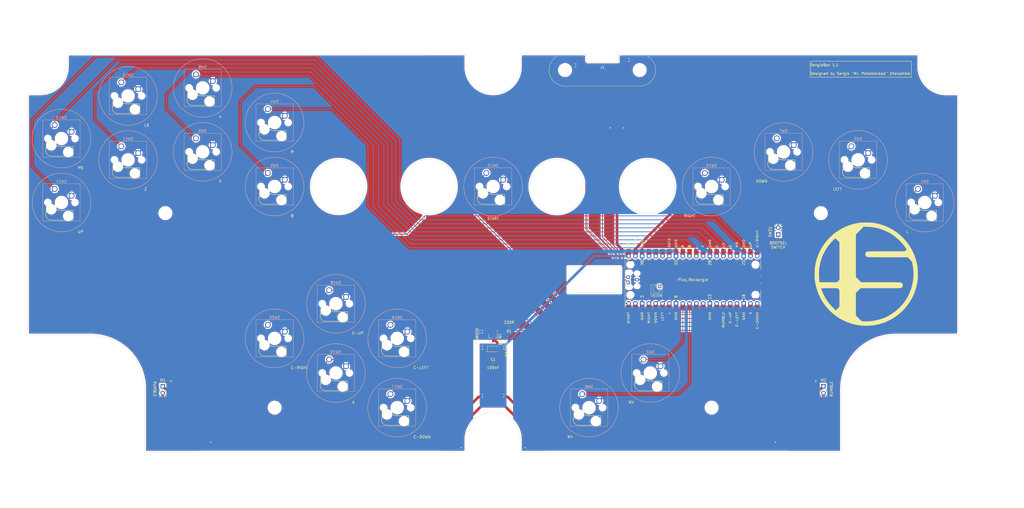
<source format=kicad_pcb>
(kicad_pcb (version 20211014) (generator pcbnew)
  (layers (0 "F.Cu" signal) (31 "B.Cu" signal) (34 "B.Paste" user) (35 "F.Paste" user) (36 "B.SilkS" user "B.Silkscreen") (37 "F.SilkS" user "F.Silkscreen") (38 "B.Mask" user) (39 "F.Mask" user) (44 "Edge.Cuts" user))
  (net 0 "")
  (net 1 "+5V")
  (net 2 "Net-(C1-Pad2)")
  (net 3 "DATA")
  (net 4 "D-")
  (net 5 "D+")
  (net 6 "GND")
  (net 7 "Net-(Q1-Pad1)")
  (net 8 "START")
  (net 10 "RIGHT")
  (net 11 "DOWN")
  (net 12 "LEFT")
  (net 13 "L")
  (net 14 "MX")
  (net 15 "MY")
  (net 19 "RUMBLE")
  (net 20 "C-UP")
  (net 21 "C-LEFT")
  (net 22 "A")
  (net 23 "C-DOWN")
  (net 24 "C-RIGHT")
  (net 25 "UP")
  (net 26 "MS")
  (net 27 "Z")
  (net 28 "LS")
  (net 29 "X")
  (net 30 "Y")
  (net 32 "B")
  (net 33 "R")
  (net 37 "VSYS")
  (net 39 "BOOT")
  (footprint "Connector_PinHeader_2.54mm:PinHeader_1x02_P2.54mm_Vertical" (layer "F.Cu") (at 324 160)
    (fp_text reference "M2")
    (fp_text value "RUMBLE")
  )
  (footprint "Sergio_footprints:RPi_Pico_Removed3Pins" (layer "F.Cu") (at 300.5 130.5 90)
    (fp_text reference "U1" hide)
    (fp_text value "Pico_Rectangle")
  )
  (footprint "MountingHole:MountingHole_4.3mm_M4" (layer "F.Cu") (at 282 168)
    (fp_text reference "H4" hide)
    (fp_text value "MountingHole")
  )
  (footprint "MountingHole:MountingHole_4.3mm_M4" (layer "F.Cu") (at 77 95)
    (fp_text reference "H1" hide)
    (fp_text value "MountingHole")
  )
  (footprint "Diode_SMD:D_SOD-123" (layer "F.Cu") (at 200 146)
    (fp_text reference "D2")
    (fp_text value "B5819W")
  )
  (footprint "MountingHole:MountingHole_4.3mm_M4" (layer "F.Cu") (at 323 95)
    (fp_text reference "H2" hide)
    (fp_text value "MountingHole")
  )
  (footprint "Resistor_SMD:R_0603_1608Metric_Pad0.98x0.95mm_HandSolder" (layer "F.Cu") (at 206 138 180)
    (fp_text reference "R1")
    (fp_text value "220")
  )
  (footprint "Sergio_footprints:SergioPico_USB" (layer "F.Cu") (at 241 35.3)
    (fp_text reference "J1")
    (fp_text value "SergioPico_USB")
  )
  (footprint "LOGO" (layer "F.Cu") (at 340 118)
    (fp_text reference "G***" hide)
    (fp_text value "LOGO" hide)
  )
  (footprint "MountingHole:MountingHole_4.3mm_M4" (layer "F.Cu") (at 118 168)
    (fp_text reference "H3" hide)
    (fp_text value "MountingHole")
  )
  (footprint "Package_TO_SOT_SMD:SOT-23_Handsoldering" (layer "F.Cu") (at 200 141.0625 -90)
    (fp_text reference "Q1")
    (fp_text value "SS8050")
  )
  (footprint "Capacitor_SMD:C_0402_1005Metric_Pad0.74x0.62mm_HandSolder" (layer "F.Cu") (at 200 151)
    (fp_text reference "C1")
    (fp_text value "100n")
  )
  (footprint "Connector_PinHeader_2.54mm:PinHeader_1x02_P2.54mm_Vertical" (layer "F.Cu") (at 76 160)
    (fp_text reference "M1")
    (fp_text value "RUMBLE")
  )
  (footprint "Connector_PinHeader_2.54mm:PinHeader_1x02_P2.54mm_Vertical" (layer "F.Cu") (at 307 103 180)
    (fp_text reference "SW21")
    (fp_text value "BOOTSEL")
  )
  (footprint "Sergio_footprints:SW_MX_1.00u_PCB_Hybrid" (layer "B.Cu") (at 256.46 149.92 180)
    (fp_text reference "SW2")
    (fp_text value "MX")
  )
  (footprint "Sergio_footprints:SW_MX_1.00u_PCB_Hybrid" (layer "B.Cu") (at 115.46 136.92 180)
    (fp_text reference "SW20")
    (fp_text value "C-RIGHT")
  )
  (footprint "Sergio_footprints:SW_MX_1.00u_PCB_Hybrid" (layer "B.Cu") (at 138.46 123.92 180)
    (fp_text reference "SW18")
    (fp_text value "C-UP")
  )
  (footprint "Sergio_footprints:SW_MX_1.00u_PCB_Hybrid" (layer "B.Cu") (at 279.46 79.92 180)
    (fp_text reference "SW10")
    (fp_text value "RIGHT")
  )
  (footprint "Sergio_footprints:SW_MX_1.00u_PCB_Hybrid" (layer "B.Cu") (at 334.46 69.92 180)
    (fp_text reference "SW3")
    (fp_text value "LEFT")
  )
  (footprint "Sergio_footprints:SW_MX_1.00u_PCB_Hybrid" (layer "B.Cu") (at 60.46 45.92 180)
    (fp_text reference "SW15")
    (fp_text value "LS")
  )
  (footprint "Sergio_footprints:SW_MX_1.00u_PCB_Hybrid" (layer "B.Cu") (at 115.46 55.92 180)
    (fp_text reference "SW4")
    (fp_text value "R")
  )
  (footprint "Sergio_footprints:SW_MX_1.00u_PCB_Hybrid" (layer "B.Cu") (at 138.46 149.92 180)
    (fp_text reference "SW19")
    (fp_text value "A")
  )
  (footprint "Sergio_footprints:SW_MX_1.00u_PCB_Hybrid" (layer "B.Cu") (at 115.46 79.92 180)
    (fp_text reference "SW5")
    (fp_text value "B")
  )
  (footprint "Sergio_footprints:SW_MX_1.00u_PCB_Hybrid" (layer "B.Cu") (at 60.46 69.92 180)
    (fp_text reference "SW11")
    (fp_text value "Z")
  )
  (footprint "Sergio_footprints:SW_MX_1.00u_PCB_Hybrid" (layer "B.Cu") (at 359.46 85.92 180)
    (fp_text reference "SW1")
    (fp_text value "L")
  )
  (footprint "Sergio_footprints:SW_MX_1.00u_PCB_Hybrid" (layer "B.Cu") (at 35.46 61.92 180)
    (fp_text reference "SW13")
    (fp_text value "MS")
  )
  (footprint "Sergio_footprints:SW_MX_1.00u_PCB_Hybrid" (layer "B.Cu") (at 197.46 79.92 180)
    (fp_text reference "SW12")
    (fp_text value "START")
  )
  (footprint "Sergio_footprints:SW_MX_1.00u_PCB_Hybrid" (layer "B.Cu") (at 88.46 66.92 180)
    (fp_text reference "SW9")
    (fp_text value "X")
  )
  (footprint "Sergio_footprints:SW_MX_1.00u_PCB_Hybrid" (layer "B.Cu") (at 233.46 162.92 180)
    (fp_text reference "SW6")
    (fp_text value "MY")
  )
  (footprint "Sergio_footprints:SW_MX_1.00u_PCB_Hybrid" (layer "B.Cu") (at 161.46 162.92 180)
    (fp_text reference "SW17")
    (fp_text value "C-DOWN")
  )
  (footprint "Sergio_footprints:SW_MX_1.00u_PCB_Hybrid" (layer "B.Cu") (at 88.46 42.92 180)
    (fp_text reference "SW8")
    (fp_text value "Y")
  )
  (footprint "Sergio_footprints:SW_MX_1.00u_PCB_Hybrid" (layer "B.Cu") (at 161.46 136.92 180)
    (fp_text reference "SW16")
    (fp_text value "C-LEFT")
  )
  (footprint "Sergio_footprints:SW_MX_1.00u_PCB_Hybrid" (layer "B.Cu") (at 306.46 66.92 180)
    (fp_text reference "SW7")
    (fp_text value "DOWN")
  )
  (footprint "Sergio_footprints:SW_MX_1.00u_PCB_Hybrid" (layer "B.Cu") (at 35.46 85.92 180)
    (fp_text reference "SW14")
    (fp_text value "UP")
  )
  (gr_circle (center 164 142) (end 175 142) (layer "B.SilkS") (width 0.15) (fill none))
  (gr_circle (center 91 48) (end 102 48) (layer "B.SilkS") (width 0.15) (fill none))
  (gr_circle (center 63 51) (end 74 51) (layer "B.SilkS") (width 0.15) (fill none))
  (gr_circle (center 91 72) (end 102 72) (layer "B.SilkS") (width 0.15) (fill none))
  (gr_circle (center 118 85) (end 129 85) (layer "B.SilkS") (width 0.15) (fill none))
  (gr_circle (center 63 75) (end 74 75) (layer "B.SilkS") (width 0.15) (fill none))
  (gr_circle (center 309 72) (end 320 72) (layer "B.SilkS") (width 0.15) (fill none))
  (gr_circle (center 259 155) (end 270 155) (layer "B.SilkS") (width 0.15) (fill none))
  (gr_circle (center 362 91) (end 373 91) (layer "B.SilkS") (width 0.15) (fill none))
  (gr_circle (center 38 67) (end 49 67) (layer "B.SilkS") (width 0.15) (fill none))
  (gr_circle (center 141 155) (end 152 155) (layer "B.SilkS") (width 0.15) (fill none))
  (gr_circle (center 141 129) (end 152 129) (layer "B.SilkS") (width 0.15) (fill none))
  (gr_circle (center 337 75) (end 348 75) (layer "B.SilkS") (width 0.15) (fill none))
  (gr_circle (center 118 61) (end 129 61) (layer "B.SilkS") (width 0.15) (fill none))
  (gr_circle (center 236 168) (end 247 168) (layer "B.SilkS") (width 0.15) (fill none))
  (gr_circle (center 164 168) (end 175 168) (layer "B.SilkS") (width 0.15) (fill none))
  (gr_circle (center 200 85) (end 211 85) (layer "B.SilkS") (width 0.15) (fill none))
  (gr_circle (center 38 91) (end 49 91) (layer "B.SilkS") (width 0.15) (fill none))
  (gr_circle (center 118 142) (end 129 142) (layer "B.SilkS") (width 0.15) (fill none))
  (gr_circle (center 282 85) (end 293 85) (layer "B.SilkS") (width 0.15) (fill none))
  (gr_rect (start 319 38) (end 357 44) (layer "F.SilkS") (width 0.15) (fill none))
  (gr_line (start 189.7 40) (end 189.7 35.3) (layer "Edge.Cuts") (width 0.1))
  (gr_line (start 30.000003 50.3) (end 25.35 50.3) (layer "Edge.Cuts") (width 0.1))
  (gr_arc (start 369.999999 50.3) (mid 362.716799 47.2832) (end 359.699999 40) (layer "Edge.Cuts") (width 0.1))
  (gr_line (start 359.699999 40) (end 359.7 35.3) (layer "Edge.Cuts") (width 0.1))
  (gr_line (start 210.3 35.3) (end 210.3 40) (layer "Edge.Cuts") (width 0.1))
  (gr_arc (start 210.3 40) (mid 200 50.3) (end 189.7 40) (layer "Edge.Cuts") (width 0.1))
  (gr_line (start 247 35.3) (end 247 38.3) (layer "Edge.Cuts") (width 0.1))
  (gr_line (start 189.7 184.65) (end 189.7 180) (layer "Edge.Cuts") (width 0.1))
  (gr_line (start 210.3 184.65) (end 330.7 184.65) (layer "Edge.Cuts") (width 0.1))
  (gr_line (start 40.300003 40) (end 40.3 35.35) (layer "Edge.Cuts") (width 0.1))
  (gr_line (start 25.35 50.3) (end 25.35 140.7) (layer "Edge.Cuts") (width 0.1))
  (gr_circle (center 224 85) (end 213.7 85) (layer "Edge.Cuts") (width 0.1) (fill none))
  (gr_line (start 330.7 161) (end 330.7 184.65) (layer "Edge.Cuts") (width 0.1))
  (gr_line (start 359.7 35.3) (end 247 35.3) (layer "Edge.Cuts") (width 0.1))
  (gr_circle (center 176 85) (end 165.7 85) (layer "Edge.Cuts") (width 0.1) (fill none))
  (gr_arc (start 189.7 180) (mid 200 169.7) (end 210.3 180) (layer "Edge.Cuts") (width 0.1))
  (gr_line (start 210.3 184.65) (end 210.3 180) (layer "Edge.Cuts") (width 0.1))
  (gr_line (start 374.65 140.700003) (end 351 140.7) (layer "Edge.Cuts") (width 0.1))
  (gr_rect (start 228 115) (end 248 125) (layer "Edge.Cuts") (width 0.1) (fill none))
  (gr_circle (center 258 85) (end 247.7 85) (layer "Edge.Cuts") (width 0.1) (fill none))
  (gr_circle (center 142 85) (end 131.7 85) (layer "Edge.Cuts") (width 0.1) (fill none))
  (gr_line (start 69.3 184.65) (end 189.7 184.65) (layer "Edge.Cuts") (width 0.1))
  (gr_line (start 247 38.3) (end 235 38.3) (layer "Edge.Cuts") (width 0.1))
  (gr_arc (start 40.300003 40) (mid 37.283203 47.2832) (end 30.000003 50.3) (layer "Edge.Cuts") (width 0.1))
  (gr_line (start 69.299997 184.65) (end 69.3 161) (layer "Edge.Cuts") (width 0.1))
  (gr_line (start 374.65 50.3) (end 369.999999 50.3) (layer "Edge.Cuts") (width 0.1))
  (gr_line (start 49 140.7) (end 25.35 140.7) (layer "Edge.Cuts") (width 0.1))
  (gr_line (start 189.7 35.3) (end 40.3 35.35) (layer "Edge.Cuts") (width 0.1))
  (gr_arc (start 330.7 161) (mid 336.645732 146.645732) (end 351 140.7) (layer "Edge.Cuts") (width 0.1))
  (gr_line (start 374.65 140.700003) (end 374.65 50.3) (layer "Edge.Cuts") (width 0.1))
  (gr_arc (start 49 140.7) (mid 63.354268 146.645732) (end 69.3 161) (layer "Edge.Cuts") (width 0.1))
  (gr_line (start 235 38.3) (end 235 35.3) (layer "Edge.Cuts") (width 0.1))
  (gr_line (start 235 35.3) (end 210.3 35.3) (layer "Edge.Cuts") (width 0.1))
  (gr_text "Z" (at 69 86) (layer "F.SilkS") (effects (font (size 1 1)) (justify left)))
  (gr_text "C-DOWN" (at 170 179) (layer "F.SilkS") (effects (font (size 1 1)) (justify left)))
  (gr_text "+\n" (at 321 158 90) (layer "F.SilkS") (effects (font (size 1 1))))
  (gr_text "C-UP" (at 147 140) (layer "F.SilkS") (effects (font (size 1 1)) (justify left)))
  (gr_text "X" (at 97 83) (layer "F.SilkS") (effects (font (size 1 1)) (justify left)))
  (gr_text "SergioBox 1.1\n\nDesigned by Sergio {dblquote}Mr. Potatobread{dblquote} Dhelomme" (at 319 41) (layer "F.SilkS") (effects (font (size 1 1)) (justify left)))
  (gr_text "MX\n" (at 253 166) (layer "F.SilkS") (effects (font (size 1 1)) (justify right)))
  (gr_text "MS" (at 44 78) (layer "F.SilkS") (effects (font (size 1 1)) (justify left)))
  (gr_text "B" (at 124 96) (layer "F.SilkS") (effects (font (size 1 1)) (justify left)))
  (gr_text "100nF" (at 200 153) (layer "F.SilkS") (effects (font (size 1 1))))
  (gr_text "LEFT" (at 331 86) (layer "F.SilkS") (effects (font (size 1 1)) (justify right)))
  (gr_text "START\n\n\n\nGND\n\nRIGHT\n\nDOWN\n\nLEFT\n\nL\n\nGND\n\nMX\n\nMY\n\n\n\n\n\nGND\n\n\n\nRUMBLE\n\nC-UP\n\nC-LEFT\n\nGND\n\nA\n\nC-DOWN\n" (at 275 132 90) (layer "F.SilkS") (effects (font (size 0.79 1)) (justify right)))
  (gr_text "SS8050" (at 194 141 90) (layer "F.SilkS") (effects (font (size 1 1))))
  (gr_text "220R" (at 206 136) (layer "F.SilkS") (effects (font (size 1 1))))
  (gr_text "MY" (at 230 179) (layer "F.SilkS") (effects (font (size 1 1)) (justify right)))
  (gr_text "C-RIGHT" (at 124 153) (layer "F.SilkS") (effects (font (size 1 1)) (justify left)))
  (gr_text "UP" (at 44 102) (layer "F.SilkS") (effects (font (size 1 1)) (justify left)))
  (gr_text "LS" (at 69 62) (layer "F.SilkS") (effects (font (size 1 1)) (justify left)))
  (gr_text "L" (at 356 102) (layer "F.SilkS") (effects (font (size 1 1)) (justify right)))
  (gr_text "B5819W" (at 205 146 270) (layer "F.SilkS") (effects (font (size 1 1))))
  (gr_text "RUMBLE" (at 327 161 90) (layer "F.SilkS") (effects (font (size 1 1))))
  (gr_text "+\n" (at 79 158 90) (layer "F.SilkS") (effects (font (size 1 1))))
  (gr_text "A" (at 147 166) (layer "F.SilkS") (effects (font (size 1 1)) (justify left)))
  (gr_text "C-LEFT" (at 170 153) (layer "F.SilkS") (effects (font (size 1 1)) (justify left)))
  (gr_text "BOOTSEL\nSWITCH" (at 307 107) (layer "F.SilkS") (effects (font (size 1 1))))
  (gr_text "RIGHT" (at 276 96) (layer "F.SilkS") (effects (font (size 1 1)) (justify right)))
  (gr_text "Y" (at 97 59) (layer "F.SilkS") (effects (font (size 1 1)) (justify left)))
  (gr_text "VBUS\n\nVSYS\n\nGND\n\n\n\n\n\n\n\nDATA\n\nGND\n\nR\n\nB\n\n\n\nY\n\nGND\n\nX\n\nLS\n\nZ\n\nMS\n\nGND\n\nUP\n\nC-RIGHT\n" (at 275 108 90) (layer "F.SilkS") (effects (font (size 0.79 1)) (justify left)))
  (gr_text "R" (at 124 72) (layer "F.SilkS") (effects (font (size 1 1)) (justify left)))
  (gr_text "START" (at 200 97) (layer "F.SilkS") (effects (font (size 1 1))))
  (gr_text "RUMBLE" (at 73 161 270) (layer "F.SilkS") (effects (font (size 1 1))))
  (gr_text "DOWN" (at 303 83) (layer "F.SilkS") (effects (font (size 1 1)) (justify right)))
  (segment (start 305.5 178.5) (end 220 178.5) (width 1) (layer "F.Cu") (net 1))
  (segment (start 250.87 111.11) (end 246.5 106.74) (width 1) (layer "F.Cu") (net 1))
  (segment (start 194.5 164) (end 196 164) (width 1) (layer "F.Cu") (net 1))
  (segment (start 248.21 44.79) (end 248.62 44.79) (width 1) (layer "F.Cu") (net 1))
  (segment (start 220 178.5) (end 205.5 164) (width 1) (layer "F.Cu") (net 1))
  (segment (start 180 178.5) (end 194.5 164) (width 1) (layer "F.Cu") (net 1))
  (segment (start 324 160) (end 305.5 178.5) (width 1) (layer "F.Cu") (net 1))
  (segment (start 94.5 178.5) (end 180 178.5) (width 1) (layer "F.Cu") (net 1))
  (segment (start 205.5 164) (end 204 164) (width 1) (layer "F.Cu") (net 1))
  (segment (start 76 160) (end 94.5 178.5) (width 1) (layer "F.Cu") (net 1))
  (segment (start 246.5 106.74) (end 246.5 46.5) (width 1) (layer "F.Cu") (net 1))
  (segment (start 246.5 46.5) (end 248.21 44.79) (width 1) (layer "F.Cu") (net 1))
  (via (at 204 146) (size 0.8) (drill 0.4) (layers "F.Cu" "B.Cu") (net 1))
  (via (at 196 164) (size 0.8) (drill 0.4) (layers "F.Cu" "B.Cu") (net 1))
  (via (at 204 163) (size 0.8) (drill 0.4) (layers "F.Cu" "B.Cu") (net 1))
  (via (at 196 146) (size 0.8) (drill 0.4) (layers "F.Cu" "B.Cu") (net 1))
  (via (at 196 145) (size 0.8) (drill 0.4) (layers "F.Cu" "B.Cu") (net 1))
  (via (at 204 164) (size 0.8) (drill 0.4) (layers "F.Cu" "B.Cu") (net 1))
  (via (at 196 163) (size 0.8) (drill 0.4) (layers "F.Cu" "B.Cu") (net 1))
  (via (at 204 145) (size 0.8) (drill 0.4) (layers "F.Cu" "B.Cu") (net 1))
  (segment (start 237.89 111.11) (end 250.87 111.11) (width 1) (layer "B.Cu") (net 1))
  (segment (start 204 145) (end 237.89 111.11) (width 1) (layer "B.Cu") (net 1))
  (segment (start 201.65 146) (end 201.65 143.65) (width 1) (layer "F.Cu") (net 2))
  (segment (start 324 162.54) (end 324 169) (width 1) (layer "F.Cu") (net 2))
  (segment (start 324 169) (end 310 183) (width 1) (layer "F.Cu") (net 2))
  (segment (start 76 169) (end 76 162.54) (width 1) (layer "F.Cu") (net 2))
  (segment (start 200 152.5) (end 200 163) (width 1) (layer "F.Cu") (net 2))
  (segment (start 90 183) (end 76 169) (width 1) (layer "F.Cu") (net 2))
  (segment (start 201.65 146) (end 201.65 149.9175) (width 1) (layer "F.Cu") (net 2))
  (segment (start 200 163) (end 180 183) (width 1) (layer "F.Cu") (net 2))
  (segment (start 220 183) (end 200 163) (width 1) (layer "F.Cu") (net 2))
  (segment (start 200 152.5) (end 200.5675 151.9325) (width 1) (layer "F.Cu") (net 2))
  (segment (start 310 183) (end 220 183) (width 1) (layer "F.Cu") (net 2))
  (segment (start 180 183) (end 90 183) (width 1) (layer "F.Cu") (net 2))
  (segment (start 200.5675 151.9325) (end 200.5675 151) (width 1) (layer "F.Cu") (net 2))
  (segment (start 201.65 149.9175) (end 200.5675 151) (width 1) (layer "F.Cu") (net 2))
  (segment (start 201.65 143.65) (end 200 142) (width 1) (layer "F.Cu") (net 2))
  (segment (start 264.369521 112.850479) (end 249.850479 112.850479) (width 0.3) (layer "F.Cu") (net 3))
  (segment (start 241 44.79) (end 233.38 37.17) (width 0.3) (layer "F.Cu") (net 3))
  (segment (start 266.11 111.11) (end 264.369521 112.850479) (width 0.3) (layer "F.Cu") (net 3))
  (segment (start 241 104) (end 241 44.79) (width 0.3) (layer "F.Cu") (net 3))
  (segment (start 249.850479 112.850479) (end 241 104) (width 0.3) (layer "F.Cu") (net 3))
  (segment (start 249.189396 118.766574) (end 249.189396 114.827984) (width 0.261112) (layer "F.Cu") (net 4))
  (segment (start 235.255556 100.894144) (end 235.255556 44.125556) (width 0.261112) (layer "F.Cu") (net 4))
  (segment (start 249.189396 114.827984) (end 235.255556 100.894144) (width 0.261112) (layer "F.Cu") (net 4))
  (segment (start 250.7 119) (end 249.422822 119) (width 0.261112) (layer "F.Cu") (net 4))
  (segment (start 249.422822 119) (end 249.189396 118.766574) (width 0.261112) (layer "F.Cu") (net 4))
  (segment (start 235.255556 44.125556) (end 233.38 42.25) (width 0.261112) (layer "F.Cu") (net 4))
  (segment (start 234.744444 45.744444) (end 234.744444 50.255556) (width 0.261112) (layer "F.Cu") (net 5))
  (segment (start 234.744444 52.655556) (end 234.744444 52.705556) (width 0.261112) (layer "F.Cu") (net 5))
  (segment (start 234.744444 101.105856) (end 248.678284 115.039696) (width 0.261112) (layer "F.Cu") (net 5))
  (segment (start 248.678284 115.039696) (end 248.678284 118.978284) (width 0.261112) (layer "F.Cu") (net 5))
  (segment (start 234.348178 52.355556) (end 234.444444 52.355556) (width 0.261112) (layer "F.Cu") (net 5))
  (segment (start 234.744444 52.705556) (end 234.744444 101.105856) (width 0.261112) (layer "F.Cu") (net 5))
  (segment (start 234.444444 51.755556) (end 234.348178 51.755556) (width 0.261112) (layer "F.Cu") (net 5))
  (segment (start 234.444444 50.555556) (end 234.348178 50.555556) (width 0.261112) (layer "F.Cu") (net 5))
  (segment (start 234 45) (end 234.744444 45.744444) (width 0.261112) (layer "F.Cu") (net 5))
  (segment (start 248.678284 118.978284) (end 250.7 121) (width 0.261112) (layer "F.Cu") (net 5))
  (segment (start 234.348178 51.155556) (end 234.444444 51.155556) (width 0.261112) (layer "F.Cu") (net 5))
  (arc (start 234.744444 51.455556) (mid 234.656576 51.667688) (end 234.444444 51.755556) (width 0.261112) (layer "F.Cu") (net 5))
  (arc (start 234.444444 51.155556) (mid 234.656576 51.243424) (end 234.744444 51.455556) (width 0.261112) (layer "F.Cu") (net 5))
  (arc (start 234.048178 50.855556) (mid 234.136046 51.067688) (end 234.348178 51.155556) (width 0.261112) (layer "F.Cu") (net 5))
  (arc (start 234.348178 51.755556) (mid 234.136046 51.843424) (end 234.048178 52.055556) (width 0.261112) (layer "F.Cu") (net 5))
  (arc (start 234.348178 50.555556) (mid 234.136046 50.643424) (end 234.048178 50.855556) (width 0.261112) (layer "F.Cu") (net 5))
  (arc (start 234.048178 52.055556) (mid 234.136046 52.267688) (end 234.348178 52.355556) (width 0.261112) (layer "F.Cu") (net 5))
  (arc (start 234.444444 52.355556) (mid 234.656576 52.443424) (end 234.744444 52.655556) (width 0.261112) (layer "F.Cu") (net 5))
  (arc (start 234.744444 50.255556) (mid 234.656576 50.467688) (end 234.444444 50.555556) (width 0.261112) (layer "F.Cu") (net 5))
  (segment (start 197.125 140.125) (end 196.125 140.125) (width 1) (layer "F.Cu") (net 6))
  (segment (start 199.05 140.05) (end 198 139) (width 1) (layer "F.Cu") (net 6))
  (segment (start 199.05 140.125) (end 197.125 140.125) (width 1) (layer "F.Cu") (net 6))
  (segment (start 196 140) (end 198.925 140) (width 1) (layer "F.Cu") (net 6))
  (segment (start 198 139) (end 196 139) (width 1) (layer "F.Cu") (net 6))
  (segment (start 196.125 140.125) (end 196 140) (width 1) (layer "F.Cu") (net 6))
  (segment (start 195 140) (end 195 139) (width 1) (layer "F.Cu") (net 6))
  (segment (start 196 139) (end 197.125 140.125) (width 1) (layer "F.Cu") (net 6))
  (segment (start 196 140) (end 195 140) (width 1) (layer "F.Cu") (net 6))
  (segment (start 199.05 140.125) (end 199.05 140.05) (width 1) (layer "F.Cu") (net 6))
  (segment (start 196 139) (end 196 140) (width 1) (layer "F.Cu") (net 6))
  (segment (start 195 139) (end 196 139) (width 1) (layer "F.Cu") (net 6))
  (segment (start 198.925 140) (end 199.05 140.125) (width 1) (layer "F.Cu") (net 6))
  (via (at 196 139) (size 0.8) (drill 0.4) (layers "F.Cu" "B.Cu") (net 6))
  (via (at 195 140) (size 0.8) (drill 0.4) (layers "F.Cu" "B.Cu") (net 6))
  (via (at 94 181) (size 0.8) (drill 0.4) (layers "F.Cu" "B.Cu") (net 6))
  (via (at 231 40) (size 0.8) (drill 0.4) (layers "F.Cu" "B.Cu") (net 6))
  (via (at 249 63) (size 0.8) (drill 0.4) (layers "F.Cu" "B.Cu") (net 6))
  (via (at 306 181) (size 0.8) (drill 0.4) (layers "F.Cu" "B.Cu") (net 6))
  (via (at 251 37) (size 0.8) (drill 0.4) (layers "F.Cu" "B.Cu") (net 6))
  (via (at 244 63) (size 0.8) (drill 0.4) (layers "F.Cu" "B.Cu") (net 6))
  (via (at 196 140) (size 0.8) (drill 0.4) (layers "F.Cu" "B.Cu") (net 6))
  (via (at 195 139) (size 0.8) (drill 0.4) (layers "F.Cu" "B.Cu") (net 6))
  (via (at 251 38) (size 0.8) (drill 0.4) (layers "F.Cu" "B.Cu") (net 6))
  (via (at 187.985432 182.983008) (size 0.8) (drill 0.4) (layers "F.Cu" "B.Cu") (net 6))
  (via (at 212 183) (size 0.8) (drill 0.4) (layers "F.Cu" "B.Cu") (net 6))
  (via (at 231 39) (size 0.8) (drill 0.4) (layers "F.Cu" "B.Cu") (net 6))
  (segment (start 203.075 138) (end 205.175 138) (width 0.3) (layer "F.Cu") (net 7))
  (segment (start 200.95 140.125) (end 203.075 138) (width 0.3) (layer "F.Cu") (net 7))
  (segment (start 192.915 94.915) (end 192.915 87.54) (width 0.3) (layer "F.Cu") (net 8))
  (segment (start 250.87 128.89) (end 226.89 128.89) (width 0.3) (layer "F.Cu") (net 8))
  (segment (start 192.915 84.465) (end 197.46 79.92) (width 0.3) (layer "F.Cu") (net 8))
  (segment (start 192.915 87.54) (end 192.915 84.465) (width 0.3) (layer "F.Cu") (net 8))
  (segment (start 226.89 128.89) (end 192.915 94.915) (width 0.3) (layer "F.Cu") (net 8))
  (segment (start 311.5 112.5) (end 311.5 86) (width 0.3) (layer "F.Cu") (net 10))
  (segment (start 306 118) (end 311.5 112.5) (width 0.3) (layer "F.Cu") (net 10))
  (segment (start 305.42 79.92) (end 279.46 79.92) (width 0.3) (layer "F.Cu") (net 10))
  (segment (start 311.5 86) (end 305.42 79.92) (width 0.3) (layer "F.Cu") (net 10))
  (segment (start 279.46 79.92) (end 274.915 84.465) (width 0.3) (layer "F.Cu") (net 10))
  (segment (start 274.915 84.465) (end 274.915 87.54) (width 0.3) (layer "F.Cu") (net 10))
  (segment (start 258.49 128.89) (end 269.38 118) (width 0.3) (layer "F.Cu") (net 10))
  (segment (start 269.38 118) (end 306 118) (width 0.3) (layer "F.Cu") (net 10))
  (segment (start 269.92 120) (end 309.5 120) (width 0.3) (layer "F.Cu") (net 11))
  (segment (start 301.915 71.465) (end 301.915 74.54) (width 0.3) (layer "F.Cu") (net 11))
  (segment (start 309.5 120) (end 316.5 113) (width 0.3) (layer "F.Cu") (net 11))
  (segment (start 261.03 128.89) (end 269.92 120) (width 0.3) (layer "F.Cu") (net 11))
  (segment (start 316.5 113) (end 316.5 89.125) (width 0.3) (layer "F.Cu") (net 11))
  (segment (start 316.5 89.125) (end 301.915 74.54) (width 0.3) (layer "F.Cu") (net 11))
  (segment (start 306.46 66.92) (end 301.915 71.465) (width 0.3) (layer "F.Cu") (net 11))
  (segment (start 329.915 106.585) (end 329.915 77.54) (width 0.3) (layer "F.Cu") (net 12))
  (segment (start 263.57 128.89) (end 270.46 122) (width 0.3) (layer "F.Cu") (net 12))
  (segment (start 314.5 122) (end 329.915 106.585) (width 0.3) (layer "F.Cu") (net 12))
  (segment (start 270.46 122) (end 314.5 122) (width 0.3) (layer "F.Cu") (net 12))
  (segment (start 334.46 69.92) (end 329.915 74.465) (width 0.3) (layer "F.Cu") (net 12))
  (segment (start 329.915 74.465) (end 329.915 77.54) (width 0.3) (layer "F.Cu") (net 12))
  (segment (start 266.11 128.89) (end 271 124) (width 0.3) (layer "F.Cu") (net 13))
  (segment (start 354.915 90.465) (end 354.915 93.54) (width 0.3) (layer "F.Cu") (net 13))
  (segment (start 271 124) (end 324.5 124) (width 0.3) (layer "F.Cu") (net 13))
  (segment (start 359.46 85.92) (end 354.915 90.465) (width 0.3) (layer "F.Cu") (net 13))
  (segment (start 354.915 93.585) (end 354.915 93.54) (width 0.3) (layer "F.Cu") (net 13))
  (segment (start 324.5 124) (end 354.915 93.585) (width 0.3) (layer "F.Cu") (net 13))
  (segment (start 251.915 154.465) (end 256.46 149.92) (width 0.3) (layer "F.Cu") (net 14))
  (segment (start 251.915 157.54) (end 251.915 154.465) (width 0.3) (layer "F.Cu") (net 14))
  (segment (start 256.46 149.92) (end 264.624814 149.92) (width 0.3) (layer "B.Cu") (net 14))
  (segment (start 264.624814 149.92) (end 271.19 143.354814) (width 0.3) (layer "B.Cu") (net 14))
  (segment (start 271.19 143.354814) (end 271.19 128.89) (width 0.3) (layer "B.Cu") (net 14))
  (segment (start 228.915 167.465) (end 233.46 162.92) (width 0.3) (layer "F.Cu") (net 15))
  (segment (start 228.915 170.54) (end 228.915 167.465) (width 0.3) (layer "F.Cu") (net 15))
  (segment (start 233.46 162.92) (end 269.58 162.92) (width 0.3) (layer "B.Cu") (net 15))
  (segment (start 273.73 158.77) (end 273.73 128.89) (width 0.3) (layer "B.Cu") (net 15))
  (segment (start 269.58 162.92) (end 273.73 158.77) (width 0.3) (layer "B.Cu") (net 15))
  (segment (start 296 139) (end 302 133) (width 0.3) (layer "F.Cu") (net 19))
  (segment (start 288.170479 127.149521) (end 286.43 128.89) (width 0.3) (layer "F.Cu") (net 19))
  (segment (start 206.825 138) (end 207.825 139) (width 0.3) (layer "F.Cu") (net 19))
  (segment (start 300.149521 127.149521) (end 288.170479 127.149521) (width 0.3) (layer "F.Cu") (net 19))
  (segment (start 302 133) (end 302 129) (width 0.3) (layer "F.Cu") (net 19))
  (segment (start 207.825 139) (end 296 139) (width 0.3) (layer "F.Cu") (net 19))
  (segment (start 302 129) (end 300.149521 127.149521) (width 0.3) (layer "F.Cu") (net 19))
  (segment (start 133.915 128.465) (end 138.46 123.92) (width 0.3) (layer "F.Cu") (net 20))
  (segment (start 288.97 128.89) (end 288.97 131.03) (width 0.3) (layer "F.Cu") (net 20))
  (segment (start 287 133) (end 226 133) (width 0.3) (layer "F.Cu") (net 20))
  (segment (start 288.97 131.03) (end 287 133) (width 0.3) (layer "F.Cu") (net 20))
  (segment (start 133.915 131.54) (end 133.915 128.465) (width 0.3) (layer "F.Cu") (net 20))
  (segment (start 226 133) (end 216.92 123.92) (width 0.3) (layer "F.Cu") (net 20))
  (segment (start 216.92 123.92) (end 138.46 123.92) (width 0.3) (layer "F.Cu") (net 20))
  (segment (start 156.915 141.465) (end 161.46 136.92) (width 0.3) (layer "F.Cu") (net 21))
  (segment (start 222.5 134.5) (end 216 128) (width 0.3) (layer "F.Cu") (net 21))
  (segment (start 287.354296 134.5) (end 222.5 134.5) (width 0.3) (layer "F.Cu") (net 21))
  (segment (start 170.38 128) (end 161.46 136.92) (width 0.3) (layer "F.Cu") (net 21))
  (segment (start 216 128) (end 170.38 128) (width 0.3) (layer "F.Cu") (net 21))
  (segment (start 291.51 130.344296) (end 287.354296 134.5) (width 0.3) (layer "F.Cu") (net 21))
  (segment (start 156.915 144.54) (end 156.915 141.465) (width 0.3) (layer "F.Cu") (net 21))
  (segment (start 291.51 128.89) (end 291.51 130.344296) (width 0.3) (layer "F.Cu") (net 21))
  (segment (start 219 136) (end 214.5 131.5) (width 0.3) (layer "F.Cu") (net 22))
  (segment (start 133.915 157.54) (end 133.915 154.465) (width 0.3) (layer "F.Cu") (net 22))
  (segment (start 133.915 154.465) (end 138.46 149.92) (width 0.3) (layer "F.Cu") (net 22))
  (segment (start 190.8 131.5) (end 172.38 149.92) (width 0.3) (layer "F.Cu") (net 22))
  (segment (start 291.139022 136) (end 219 136) (width 0.3) (layer "F.Cu") (net 22))
  (segment (start 172.38 149.92) (end 138.46 149.92) (width 0.3) (layer "F.Cu") (net 22))
  (segment (start 214.5 131.5) (end 190.8 131.5) (width 0.3) (layer "F.Cu") (net 22))
  (segment (start 296.59 130.549022) (end 291.139022 136) (width 0.3) (layer "F.Cu") (net 22))
  (segment (start 296.59 128.89) (end 296.59 130.549022) (width 0.3) (layer "F.Cu") (net 22))
  (segment (start 189.38 135) (end 161.46 162.92) (width 0.3) (layer "F.Cu") (net 23))
  (segment (start 299.13 130.344296) (end 291.974296 137.5) (width 0.3) (layer "F.Cu") (net 23))
  (segment (start 291.974296 137.5) (end 215.5 137.5) (width 0.3) (layer "F.Cu") (net 23))
  (segment (start 299.13 128.89) (end 299.13 130.344296) (width 0.3) (layer "F.Cu") (net 23))
  (segment (start 215.5 137.5) (end 213 135) (width 0.3) (layer "F.Cu") (net 23))
  (segment (start 213 135) (end 189.38 135) (width 0.3) (layer "F.Cu") (net 23))
  (segment (start 156.915 167.465) (end 161.46 162.92) (width 0.3) (layer "F.Cu") (net 23))
  (segment (start 156.915 170.54) (end 156.915 167.465) (width 0.3) (layer "F.Cu") (net 23))
  (segment (start 174 96.5) (end 167.6 102.9) (width 0.3) (layer "F.Cu") (net 24))
  (segment (start 110.915 144.54) (end 110.915 141.465) (width 0.3) (layer "F.Cu") (net 24))
  (segment (start 110.915 141.465) (end 115.46 136.92) (width 0.3) (layer "F.Cu") (net 24))
  (segment (start 167.6 102.9) (end 149.48 102.9) (width 0.3) (layer "F.Cu") (net 24))
  (segment (start 149.48 102.9) (end 115.46 136.92) (width 0.3) (layer "F.Cu") (net 24))
  (via (at 174 96.5) (size 0.8) (drill 0.4) (layers "F.Cu" "B.Cu") (net 24))
  (segment (start 174.5 96) (end 284.02 96) (width 0.3) (layer "B.Cu") (net 24))
  (segment (start 284.02 96) (end 299.13 111.11) (width 0.3) (layer "B.Cu") (net 24))
  (segment (start 174 96.5) (end 174.5 96) (width 0.3) (layer "B.Cu") (net 24))
  (segment (start 30.915 90.465) (end 35.46 85.92) (width 0.3) (layer "F.Cu") (net 25))
  (segment (start 30.915 93.54) (end 30.915 90.465) (width 0.3) (layer "F.Cu") (net 25))
  (segment (start 172.5 97.5) (end 282.98 97.5) (width 0.3) (layer "B.Cu") (net 25))
  (segment (start 282.98 97.5) (end 296.59 111.11) (width 0.3) (layer "B.Cu") (net 25))
  (segment (start 165 67.5) (end 165 90) (width 0.3) (layer "B.Cu") (net 25))
  (segment (start 27 60) (end 51 36) (width 0.3) (layer "B.Cu") (net 25))
  (segment (start 165 90) (end 172.5 97.5) (width 0.3) (layer "B.Cu") (net 25))
  (segment (start 35.46 85.92) (end 27 77.46) (width 0.3) (layer "B.Cu") (net 25))
  (segment (start 27 77.46) (end 27 60) (width 0.3) (layer "B.Cu") (net 25))
  (segment (start 51 36) (end 133.5 36) (width 0.3) (layer "B.Cu") (net 25))
  (segment (start 133.5 36) (end 165 67.5) (width 0.3) (layer "B.Cu") (net 25))
  (segment (start 30.915 69.54) (end 30.915 66.465) (width 0.3) (layer "F.Cu") (net 26))
  (segment (start 30.915 66.465) (end 35.46 61.92) (width 0.3) (layer "F.Cu") (net 26))
  (segment (start 133 37.5) (end 58.5 37.5) (width 0.3) (layer "B.Cu") (net 26))
  (segment (start 35.46 60.54) (end 35.46 61.92) (width 0.3) (layer "B.Cu") (net 26))
  (segment (start 163.5 90.5) (end 163.5 68) (width 0.3) (layer "B.Cu") (net 26))
  (segment (start 291.51 111.11) (end 279.4 99) (width 0.3) (layer "B.Cu") (net 26))
  (segment (start 172 99) (end 163.5 90.5) (width 0.3) (layer "B.Cu") (net 26))
  (segment (start 163.5 68) (end 133 37.5) (width 0.3) (layer "B.Cu") (net 26))
  (segment (start 58.5 37.5) (end 35.46 60.54) (width 0.3) (layer "B.Cu") (net 26))
  (segment (start 279.4 99) (end 172 99) (width 0.3) (layer "B.Cu") (net 26))
  (segment (start 55.915 74.465) (end 60.46 69.92) (width 0.3) (layer "F.Cu") (net 27))
  (segment (start 55.915 77.54) (end 55.915 74.465) (width 0.3) (layer "F.Cu") (net 27))
  (segment (start 162 91) (end 162 68.5) (width 0.3) (layer "B.Cu") (net 27))
  (segment (start 162 68.5) (end 132.5 39) (width 0.3) (layer "B.Cu") (net 27))
  (segment (start 171.5 100.5) (end 162 91) (width 0.3) (layer "B.Cu") (net 27))
  (segment (start 50.5 59.96) (end 60.46 69.92) (width 0.3) (layer "B.Cu") (net 27))
  (segment (start 278.36 100.5) (end 171.5 100.5) (width 0.3) (layer "B.Cu") (net 27))
  (segment (start 60.5 39) (end 50.5 49) (width 0.3) (layer "B.Cu") (net 27))
  (segment (start 288.97 111.11) (end 278.36 100.5) (width 0.3) (layer "B.Cu") (net 27))
  (segment (start 132.5 39) (end 60.5 39) (width 0.3) (layer "B.Cu") (net 27))
  (segment (start 50.5 49) (end 50.5 59.96) (width 0.3) (layer "B.Cu") (net 27))
  (segment (start 55.915 50.465) (end 60.46 45.92) (width 0.3) (layer "F.Cu") (net 28))
  (segment (start 55.915 53.54) (end 55.915 50.465) (width 0.3) (layer "F.Cu") (net 28))
  (segment (start 160.5 91.5) (end 160.5 69) (width 0.3) (layer "B.Cu") (net 28))
  (segment (start 171 102) (end 160.5 91.5) (width 0.3) (layer "B.Cu") (net 28))
  (segment (start 286.43 111.11) (end 277.32 102) (width 0.3) (layer "B.Cu") (net 28))
  (segment (start 132 40.5) (end 65.9 40.5) (width 0.3) (layer "B.Cu") (net 28))
  (segment (start 65.9 40.5) (end 60.48 45.92) (width 0.3) (layer "B.Cu") (net 28))
  (segment (start 60.48 45.92) (end 60.46 45.92) (width 0.3) (layer "B.Cu") (net 28))
  (segment (start 277.32 102) (end 171 102) (width 0.3) (layer "B.Cu") (net 28))
  (segment (start 160.5 69) (end 132 40.5) (width 0.3) (layer "B.Cu") (net 28))
  (segment (start 83.915 71.465) (end 88.46 66.92) (width 0.3) (layer "F.Cu") (net 29))
  (segment (start 83.915 74.54) (end 83.915 71.465) (width 0.3) (layer "F.Cu") (net 29))
  (segment (start 159 69.5) (end 131.5 42) (width 0.3) (layer "B.Cu") (net 29))
  (segment (start 283.89 111.11) (end 276.28 103.5) (width 0.3) (layer "B.Cu") (net 29))
  (segment (start 77.4 55.86) (end 88.46 66.92) (width 0.3) (layer "B.Cu") (net 29))
  (segment (start 276.28 103.5) (end 170.5 103.5) (width 0.3) (layer "B.Cu") (net 29))
  (segment (start 86.75 41) (end 77.4 50.35) (width 0.3) (layer "B.Cu") (net 29))
  (segment (start 77.4 50.35) (end 77.4 55.86) (width 0.3) (layer "B.Cu") (net 29))
  (segment (start 90 41) (end 86.75 41) (width 0.3) (layer "B.Cu") (net 29))
  (segment (start 159 92) (end 159 69.5) (width 0.3) (layer "B.Cu") (net 29))
  (segment (start 170.5 103.5) (end 159 92) (width 0.3) (layer "B.Cu") (net 29))
  (segment (start 131.5 42) (end 91 42) (width 0.3) (layer "B.Cu") (net 29))
  (segment (start 91 42) (end 90 41) (width 0.3) (layer "B.Cu") (net 29))
  (segment (start 83.915 47.465) (end 83.915 50.54) (width 0.3) (layer "F.Cu") (net 30))
  (segment (start 88.46 42.92) (end 83.915 47.465) (width 0.3) (layer "F.Cu") (net 30))
  (segment (start 169.5 105) (end 157 92.5) (width 0.3) (layer "B.Cu") (net 30))
  (segment (start 278.81 111.11) (end 272.7 105) (width 0.3) (layer "B.Cu") (net 30))
  (segment (start 157 92.5) (end 157 69.5) (width 0.3) (layer "B.Cu") (net 30))
  (segment (start 272.7 105) (end 169.5 105) (width 0.3) (layer "B.Cu") (net 30))
  (segment (start 131 43.5) (end 89.04 43.5) (width 0.3) (layer "B.Cu") (net 30))
  (segment (start 157 69.5) (end 131 43.5) (width 0.3) (layer "B.Cu") (net 30))
  (segment (start 89.04 43.5) (end 88.46 42.92) (width 0.3) (layer "B.Cu") (net 30))
  (segment (start 110.915 84.465) (end 115.46 79.92) (width 0.3) (layer "F.Cu") (net 32))
  (segment (start 110.915 87.54) (end 110.915 84.465) (width 0.3) (layer "F.Cu") (net 32))
  (segment (start 110.7 47.4) (end 105.1 53) (width 0.3) (layer "B.Cu") (net 32))
  (segment (start 105.1 53) (end 105.1 69.56) (width 0.3) (layer "B.Cu") (net 32))
  (segment (start 169 106.5) (end 155 92.5) (width 0.3) (layer "B.Cu") (net 32))
  (segment (start 155 69.5) (end 132.9 47.4) (width 0.3) (layer "B.Cu") (net 32))
  (segment (start 269.12 106.5) (end 169 106.5) (width 0.3) (layer "B.Cu") (net 32))
  (segment (start 273.73 111.11) (end 269.12 106.5) (width 0.3) (layer "B.Cu") (net 32))
  (segment (start 105.1 69.56) (end 115.46 79.92) (width 0.3) (layer "B.Cu") (net 32))
  (segment (start 132.9 47.4) (end 110.7 47.4) (width 0.3) (layer "B.Cu") (net 32))
  (segment (start 155 92.5) (end 155 69.5) (width 0.3) (layer "B.Cu") (net 32))
  (segment (start 110.915 63.54) (end 110.915 60.465) (width 0.3) (layer "F.Cu") (net 33))
  (segment (start 110.915 60.465) (end 115.46 55.92) (width 0.3) (layer "F.Cu") (net 33))
  (segment (start 168.5 108) (end 153 92.5) (width 0.3) (layer "B.Cu") (net 33))
  (segment (start 153 69.444996) (end 139.475004 55.92) (width 0.3) (layer "B.Cu") (net 33))
  (segment (start 139.475004 55.92) (end 115.46 55.92) (width 0.3) (layer "B.Cu") (net 33))
  (segment (start 268.08 108) (end 168.5 108) (width 0.3) (layer "B.Cu") (net 33))
  (segment (start 153 92.5) (end 153 69.444996) (width 0.3) (layer "B.Cu") (net 33))
  (segment (start 271.19 111.11) (end 268.08 108) (width 0.3) (layer "B.Cu") (net 33))
  (segment (start 253.41 108.41) (end 253.41 111.11) (width 1) (layer "F.Cu") (net 37))
  (segment (start 250.25 42.25) (end 269.5 61.5) (width 1) (layer "F.Cu") (net 37))
  (segment (start 269.5 92.32) (end 253.41 108.41) (width 1) (layer "F.Cu") (net 37))
  (segment (start 269.5 61.5) (end 269.5 92.32) (width 1) (layer "F.Cu") (net 37))
  (segment (start 248.62 42.25) (end 250.25 42.25) (width 1) (layer "F.Cu") (net 37))
  (segment (start 302 116) (end 307 111) (width 0.3) (layer "F.Cu") (net 39))
  (segment (start 262.5 122.5) (end 269 116) (width 0.3) (layer "F.Cu") (net 39))
  (segment (start 307 111) (end 307 103) (width 0.3) (layer "F.Cu") (net 39))
  (segment (start 269 116) (end 302 116) (width 0.3) (layer "F.Cu") (net 39))
  (zone (net 1) (net_name "+5V") (layer "F.Cu") (connect_pads (clearance 0.508)) (min_thickness 0.254) (fill yes (thermal_gap 0.508) (thermal_bridge_width 0.508))
    (polygon (pts (xy 205 168) (xy 195 168) (xy 195 144) (xy 205 144)))
  )
  (zone (net 6) (net_name "GND") (layer "F.Cu") (connect_pads (clearance 0.508)) (min_thickness 0.254) (fill yes (thermal_gap 0.508) (thermal_bridge_width 0.508))
    (polygon (pts (xy 377.5 187.5) (xy 207.5 187.5) (xy 207.5 142.5) (xy 192.5 142.5) (xy 192.5 187.5) (xy 22.5 187.5) (xy 22.5 32.5) (xy 377.5 32.5)))
  )
  (zone (net 1) (net_name "+5V") (layer "B.Cu") (connect_pads (clearance 0.508)) (min_thickness 0.254) (fill yes (thermal_gap 0.508) (thermal_bridge_width 0.508))
    (polygon (pts (xy 195 168) (xy 205 168) (xy 205 144) (xy 195 144)))
  )
  (zone (net 6) (net_name "GND") (layer "B.Cu") (connect_pads (clearance 0.508)) (min_thickness 0.254) (fill yes (thermal_gap 0.508) (thermal_bridge_width 0.508))
    (polygon (pts (xy 22.5 187.5) (xy 192.5 187.5) (xy 192.5 142.5) (xy 207.5 142.5) (xy 207.5 187.5) (xy 377.5 187.5) (xy 377.5 32.5) (xy 22.5 32.5)))
  )
)
</source>
